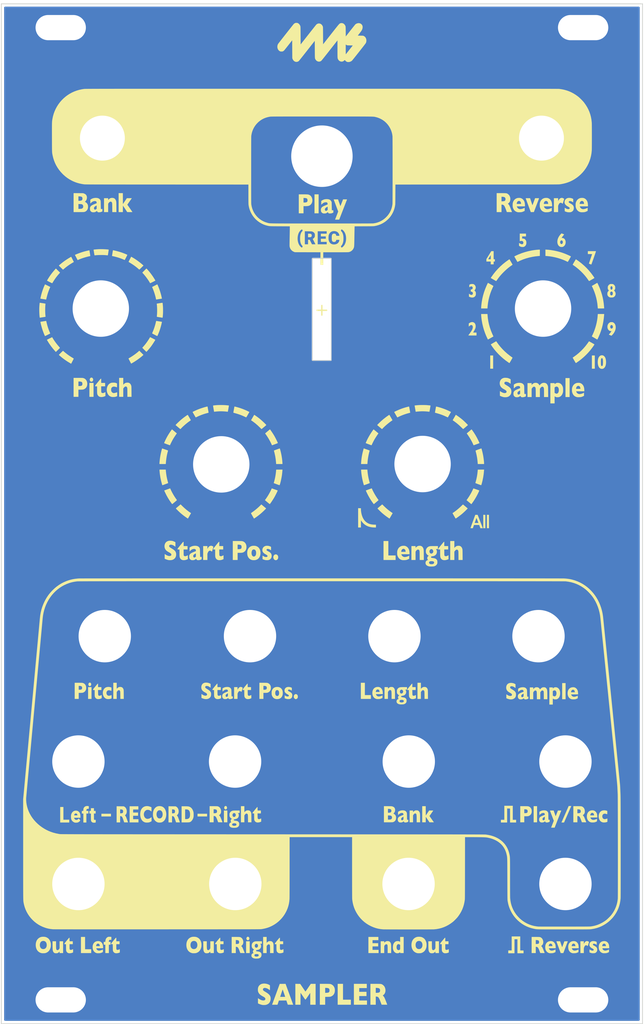
<source format=kicad_pcb>
(kicad_pcb (version 20221018) (generator pcbnew)
  (layers (0 "F.Cu" signal) (31 "B.Cu" signal) (34 "B.Paste" user) (35 "F.Paste" user) (36 "B.SilkS" user "B.Silkscreen") (37 "F.SilkS" user "F.Silkscreen") (38 "B.Mask" user) (39 "F.Mask" user) (44 "Edge.Cuts" user))
  (net 0 "")
  (net 1 "GND")
  (footprint "Faceplate_Hole_Jack_3.5mm" (layer "F.Cu") (at 20.275 98.257236)
    (fp_text reference "REF**" hide)
    (fp_text value "GND" hide)
    (pad "1" thru_hole circle (at 0 0) (size 7.62 7.62) (drill 6.604) (layers "*.Cu" "*.Mask") (net 1 "GND"))
  )
  (footprint "Faceplate_Hole_Pot_16mm" (layer "F.Cu") (at 63.7 60.77)
    (fp_text reference "REF**" hide)
    (fp_text value "Faceplate_Hole_Pot_16mm" hide)
    (pad "1" thru_hole circle (at 0 0) (size 7.874 7.874) (drill 7.112) (layers "*.Cu" "*.Mask") (net 1 "GND"))
  )
  (footprint "Faceplate_Rail_Mount_Slot_Plated" (layer "F.Cu") (at 18.043 5.781)
    (fp_text reference "REF**" hide)
    (fp_text value "Faceplate_Rail_Mount_Slot_Plated" hide)
    (pad "1" thru_hole oval (at 0 0) (size 7.366 4.191) (drill oval 6.35 3.175) (layers "*.Cu" "*.Mask") (net 1 "GND"))
  )
  (footprint "Faceplate_Hole_LED_Button_5.4mm_With_Mask_Opening" (layer "F.Cu") (at 78.7 19.707236)
    (fp_text reference "REF**" hide)
    (fp_text value "Faceplate_Hole_LED_Button_5.4mm_With_Mask_Opening" hide)
    (pad "1" thru_hole circle (at 0 0) (size 5.969 5.969) (drill 5.6642) (layers "*.Cu" "*.Mask") (net 1 "GND"))
  )
  (footprint "Faceplate_Hole_Jack_3.5mm" (layer "F.Cu") (at 23.6 82.457236)
    (fp_text reference "REF**" hide)
    (fp_text value "GND" hide)
    (pad "1" thru_hole circle (at 0 0) (size 7.62 7.62) (drill 6.604) (layers "*.Cu" "*.Mask") (net 1 "GND"))
  )
  (footprint "artwork.pretty:artwork-silk-sampkit-p2" (layer "F.Cu") (at 50.991285 67.839619)
    (fp_text reference "G***" hide)
    (fp_text value "LOGO" hide)
  )
  (footprint "Faceplate_Hole_Jack_3.5mm" (layer "F.Cu") (at 40.043 98.257236)
    (fp_text reference "REF**" hide)
    (fp_text value "GND" hide)
    (pad "1" thru_hole circle (at 0 0) (size 7.62 7.62) (drill 6.604) (layers "*.Cu" "*.Mask") (net 1 "GND"))
  )
  (footprint "Faceplate_Hole_Pot_16mm" (layer "F.Cu") (at 23.1 41.182236)
    (fp_text reference "REF**" hide)
    (fp_text value "Faceplate_Hole_Pot_16mm" hide)
    (pad "1" thru_hole circle (at 0 0) (size 7.874 7.874) (drill 7.112) (layers "*.Cu" "*.Mask") (net 1 "GND"))
  )
  (footprint "Faceplate_Hole_LED_Button_7mm_With_Mask_Opening" (layer "F.Cu") (at 51 21.982236)
    (fp_text reference "LOCK1" hide)
    (fp_text value "Faceplate_Hole_LED_Button_7mm_With_Mask_Opening" hide)
    (pad "1" thru_hole circle (at 0 0) (size 8.0518 8.0518) (drill 7.747) (layers "*.Cu" "*.Mask") (net 1 "GND"))
  )
  (footprint "Faceplate_Hole_Jack_3.5mm" (layer "F.Cu") (at 20.275 113.682236)
    (fp_text reference "REF**" hide)
    (fp_text value "GND" hide)
    (pad "1" thru_hole circle (at 0 0) (size 7.62 7.62) (drill 6.604) (layers "*.Cu" "*.Mask") (net 1 "GND"))
  )
  (footprint "Faceplate_Hole_Pot_16mm" (layer "F.Cu") (at 78.9 41.182236)
    (fp_text reference "REF**" hide)
    (fp_text value "Faceplate_Hole_Pot_16mm" hide)
    (pad "1" thru_hole circle (at 0 0) (size 7.874 7.874) (drill 7.112) (layers "*.Cu" "*.Mask") (net 1 "GND"))
  )
  (footprint "Faceplate_Hole_Jack_3.5mm" (layer "F.Cu") (at 60.15 82.457236)
    (fp_text reference "REF**" hide)
    (fp_text value "GND" hide)
    (pad "1" thru_hole circle (at 0 0) (size 7.62 7.62) (drill 6.604) (layers "*.Cu" "*.Mask") (net 1 "GND"))
  )
  (footprint "Faceplate_Hole_Jack_3.5mm" (layer "F.Cu") (at 81.725 98.257236)
    (fp_text reference "REF**" hide)
    (fp_text value "GND" hide)
    (pad "1" thru_hole circle (at 0 0) (size 7.62 7.62) (drill 6.604) (layers "*.Cu" "*.Mask") (net 1 "GND"))
  )
  (footprint "Faceplate_Rail_Mount_Slot_Plated" (layer "F.Cu") (at 83.957 5.781)
    (fp_text reference "REF**" hide)
    (fp_text value "Faceplate_Rail_Mount_Slot_Plated" hide)
    (pad "1" thru_hole oval (at 0 0) (size 7.366 4.191) (drill oval 6.35 3.175) (layers "*.Cu" "*.Mask") (net 1 "GND"))
  )
  (footprint "Faceplate_Hole_Jack_3.5mm" (layer "F.Cu") (at 41.925 82.457236)
    (fp_text reference "REF**" hide)
    (fp_text value "GND" hide)
    (pad "1" thru_hole circle (at 0 0) (size 7.62 7.62) (drill 6.604) (layers "*.Cu" "*.Mask") (net 1 "GND"))
  )
  (footprint "Faceplate_Hole_Pot_16mm" (layer "F.Cu") (at 38.3 60.814319)
    (fp_text reference "REF**" hide)
    (fp_text value "Faceplate_Hole_Pot_16mm" hide)
    (pad "1" thru_hole circle (at 0 0) (size 7.874 7.874) (drill 7.112) (layers "*.Cu" "*.Mask") (net 1 "GND"))
  )
  (footprint "Faceplate_Rail_Mount_Slot_Plated" (layer "F.Cu") (at 83.957 128.2866)
    (fp_text reference "REF**" hide)
    (fp_text value "Faceplate_Rail_Mount_Slot_Plated" hide)
    (pad "1" thru_hole oval (at 0 0) (size 7.366 4.191) (drill oval 6.35 3.175) (layers "*.Cu" "*.Mask") (net 1 "GND"))
  )
  (footprint "Faceplate_Hole_Jack_3.5mm" (layer "F.Cu") (at 61.93 113.682236)
    (fp_text reference "REF**" hide)
    (fp_text value "GND" hide)
    (pad "1" thru_hole circle (at 0 0) (size 7.62 7.62) (drill 6.604) (layers "*.Cu" "*.Mask") (net 1 "GND"))
  )
  (footprint "Faceplate_Hole_Jack_3.5mm" (layer "F.Cu") (at 61.957 98.257236)
    (fp_text reference "REF**" hide)
    (fp_text value "GND" hide)
    (pad "1" thru_hole circle (at 0 0) (size 7.62 7.62) (drill 6.604) (layers "*.Cu" "*.Mask") (net 1 "GND"))
  )
  (footprint "Faceplate_Hole_Jack_3.5mm" (layer "F.Cu") (at 40.07 113.682236)
    (fp_text reference "REF**" hide)
    (fp_text value "GND" hide)
    (pad "1" thru_hole circle (at 0 0) (size 7.62 7.62) (drill 6.604) (layers "*.Cu" "*.Mask") (net 1 "GND"))
  )
  (footprint "Faceplate_Rail_Mount_Slot_Plated" (layer "F.Cu") (at 18.043 128.2866)
    (fp_text reference "REF**" hide)
    (fp_text value "Faceplate_Rail_Mount_Slot_Plated" hide)
    (pad "1" thru_hole oval (at 0 0) (size 7.366 4.191) (drill oval 6.35 3.175) (layers "*.Cu" "*.Mask") (net 1 "GND"))
  )
  (footprint "Faceplate_Hole_Jack_3.5mm" (layer "F.Cu") (at 78.325 82.457236)
    (fp_text reference "REF**" hide)
    (fp_text value "GND" hide)
    (pad "1" thru_hole circle (at 0 0) (size 7.62 7.62) (drill 6.604) (layers "*.Cu" "*.Mask") (net 1 "GND"))
  )
  (footprint "Faceplate_Hole_Jack_3.5mm" (layer "F.Cu") (at 81.725 113.682236)
    (fp_text reference "REF**" hide)
    (fp_text value "GND" hide)
    (pad "1" thru_hole circle (at 0 0) (size 7.62 7.62) (drill 6.604) (layers "*.Cu" "*.Mask") (net 1 "GND"))
  )
  (footprint "Faceplate_Hole_LED_Button_5.4mm_With_Mask_Opening" (layer "F.Cu") (at 23.3 19.707236)
    (fp_text reference "REF**" hide)
    (fp_text value "Faceplate_Hole_LED_Button_5.4mm_With_Mask_Opening" hide)
    (pad "1" thru_hole circle (at 0 0) (size 5.969 5.969) (drill 5.6642) (layers "*.Cu" "*.Mask") (net 1 "GND"))
  )
  (gr_line (start 10.55 131.2838) (end 91.45 131.2838) (stroke (width 0.1)) (layer "Edge.Cuts"))
  (gr_line (start 91.45 2.7838) (end 91.45 131.2838) (stroke (width 0.1)) (layer "Edge.Cuts"))
  (gr_line (start 10.55 2.7838) (end 10.55 131.2838) (stroke (width 0.1)) (layer "Edge.Cuts"))
  (gr_line (start 10.55 2.7838) (end 91.45 2.7838) (stroke (width 0.1)) (layer "Edge.Cuts"))
  (gr_rect (start 49.78 34.85) (end 52.17 47.72) (stroke (width 0.1)) (fill none) (layer "Edge.Cuts"))
  (zone (net 1) (net_name "GND") (layer "B.Cu") (connect_pads yes (clearance 0.508)) (min_thickness 0.25) (fill yes (thermal_gap 0.5) (thermal_bridge_width 0.5))
    (polygon (pts (xy 10.904 3.1378) (xy 10.904 130.9298) (xy 91.096 130.9298) (xy 91.096 3.1378)))
  )
)
</source>
